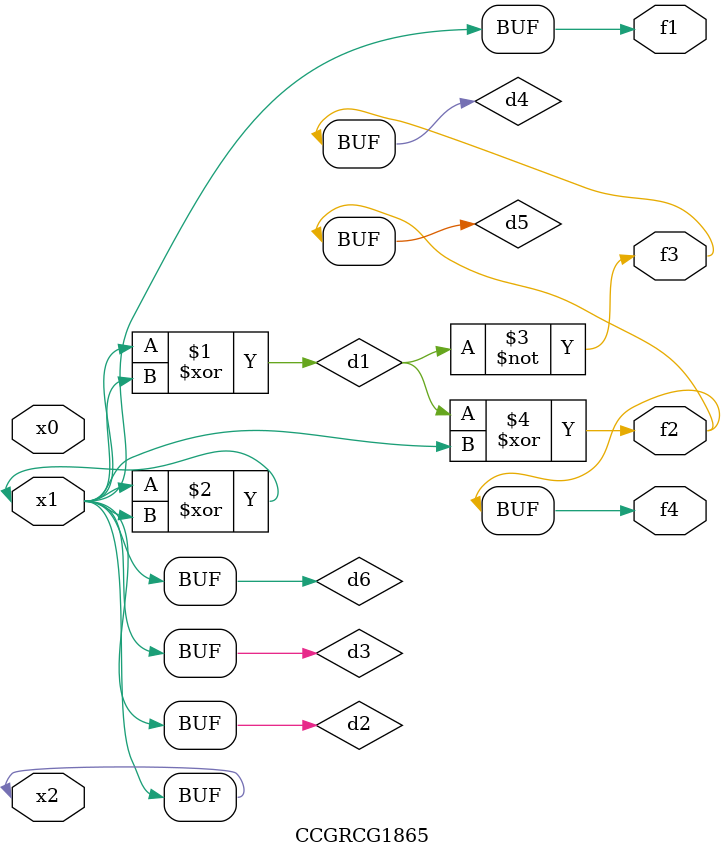
<source format=v>
module CCGRCG1865(
	input x0, x1, x2,
	output f1, f2, f3, f4
);

	wire d1, d2, d3, d4, d5, d6;

	xor (d1, x1, x2);
	buf (d2, x1, x2);
	xor (d3, x1, x2);
	nor (d4, d1);
	xor (d5, d1, d2);
	buf (d6, d2, d3);
	assign f1 = d6;
	assign f2 = d5;
	assign f3 = d4;
	assign f4 = d5;
endmodule

</source>
